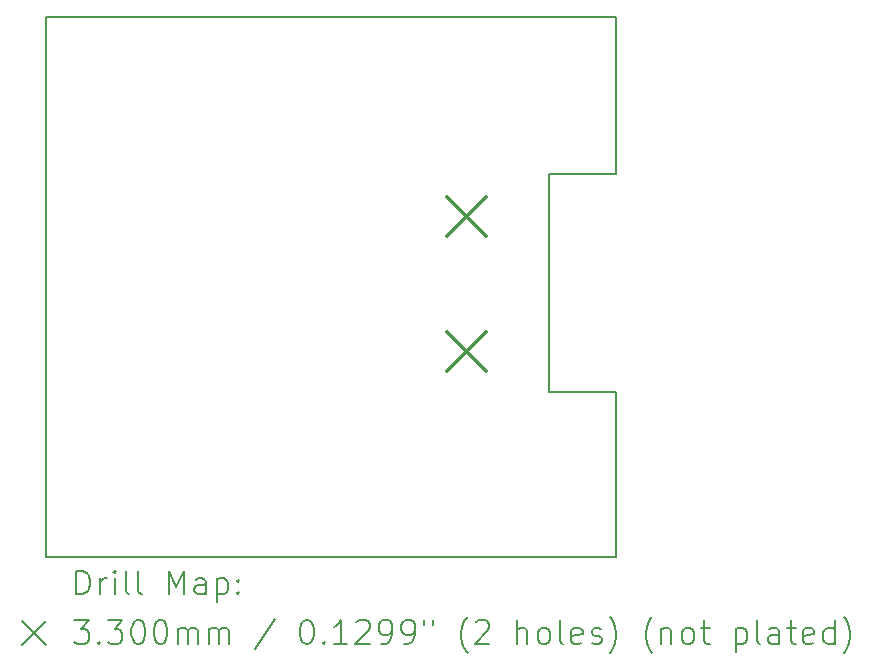
<source format=gbr>
%TF.GenerationSoftware,KiCad,Pcbnew,7.0.9*%
%TF.CreationDate,2023-12-23T15:59:39+01:00*%
%TF.ProjectId,hub-1-wire,6875622d-312d-4776-9972-652e6b696361,v1.0*%
%TF.SameCoordinates,Original*%
%TF.FileFunction,Drillmap*%
%TF.FilePolarity,Positive*%
%FSLAX45Y45*%
G04 Gerber Fmt 4.5, Leading zero omitted, Abs format (unit mm)*
G04 Created by KiCad (PCBNEW 7.0.9) date 2023-12-23 15:59:39*
%MOMM*%
%LPD*%
G01*
G04 APERTURE LIST*
%ADD10C,0.150000*%
%ADD11C,0.200000*%
%ADD12C,0.330000*%
G04 APERTURE END LIST*
D10*
X17945100Y-9753600D02*
X17945100Y-11150600D01*
X17373600Y-9753600D02*
X17945100Y-9753600D01*
X17373600Y-7912100D02*
X17373600Y-9753600D01*
X17373600Y-7912100D02*
X17945100Y-7912100D01*
X13119100Y-11150600D02*
X17945100Y-11150600D01*
X13119100Y-11150600D02*
X13119100Y-6578600D01*
X17945100Y-6578600D02*
X17945100Y-7912100D01*
X13119100Y-6578600D02*
X17945100Y-6578600D01*
D11*
D12*
X16510100Y-8102600D02*
X16840100Y-8432600D01*
X16840100Y-8102600D02*
X16510100Y-8432600D01*
X16510100Y-9245800D02*
X16840100Y-9575800D01*
X16840100Y-9245800D02*
X16510100Y-9575800D01*
D11*
X13372377Y-11469584D02*
X13372377Y-11269584D01*
X13372377Y-11269584D02*
X13419996Y-11269584D01*
X13419996Y-11269584D02*
X13448567Y-11279108D01*
X13448567Y-11279108D02*
X13467615Y-11298155D01*
X13467615Y-11298155D02*
X13477139Y-11317203D01*
X13477139Y-11317203D02*
X13486662Y-11355298D01*
X13486662Y-11355298D02*
X13486662Y-11383869D01*
X13486662Y-11383869D02*
X13477139Y-11421965D01*
X13477139Y-11421965D02*
X13467615Y-11441012D01*
X13467615Y-11441012D02*
X13448567Y-11460060D01*
X13448567Y-11460060D02*
X13419996Y-11469584D01*
X13419996Y-11469584D02*
X13372377Y-11469584D01*
X13572377Y-11469584D02*
X13572377Y-11336250D01*
X13572377Y-11374346D02*
X13581901Y-11355298D01*
X13581901Y-11355298D02*
X13591424Y-11345774D01*
X13591424Y-11345774D02*
X13610472Y-11336250D01*
X13610472Y-11336250D02*
X13629520Y-11336250D01*
X13696186Y-11469584D02*
X13696186Y-11336250D01*
X13696186Y-11269584D02*
X13686662Y-11279108D01*
X13686662Y-11279108D02*
X13696186Y-11288631D01*
X13696186Y-11288631D02*
X13705710Y-11279108D01*
X13705710Y-11279108D02*
X13696186Y-11269584D01*
X13696186Y-11269584D02*
X13696186Y-11288631D01*
X13819996Y-11469584D02*
X13800948Y-11460060D01*
X13800948Y-11460060D02*
X13791424Y-11441012D01*
X13791424Y-11441012D02*
X13791424Y-11269584D01*
X13924758Y-11469584D02*
X13905710Y-11460060D01*
X13905710Y-11460060D02*
X13896186Y-11441012D01*
X13896186Y-11441012D02*
X13896186Y-11269584D01*
X14153329Y-11469584D02*
X14153329Y-11269584D01*
X14153329Y-11269584D02*
X14219996Y-11412441D01*
X14219996Y-11412441D02*
X14286662Y-11269584D01*
X14286662Y-11269584D02*
X14286662Y-11469584D01*
X14467615Y-11469584D02*
X14467615Y-11364822D01*
X14467615Y-11364822D02*
X14458091Y-11345774D01*
X14458091Y-11345774D02*
X14439043Y-11336250D01*
X14439043Y-11336250D02*
X14400948Y-11336250D01*
X14400948Y-11336250D02*
X14381901Y-11345774D01*
X14467615Y-11460060D02*
X14448567Y-11469584D01*
X14448567Y-11469584D02*
X14400948Y-11469584D01*
X14400948Y-11469584D02*
X14381901Y-11460060D01*
X14381901Y-11460060D02*
X14372377Y-11441012D01*
X14372377Y-11441012D02*
X14372377Y-11421965D01*
X14372377Y-11421965D02*
X14381901Y-11402917D01*
X14381901Y-11402917D02*
X14400948Y-11393393D01*
X14400948Y-11393393D02*
X14448567Y-11393393D01*
X14448567Y-11393393D02*
X14467615Y-11383869D01*
X14562853Y-11336250D02*
X14562853Y-11536250D01*
X14562853Y-11345774D02*
X14581901Y-11336250D01*
X14581901Y-11336250D02*
X14619996Y-11336250D01*
X14619996Y-11336250D02*
X14639043Y-11345774D01*
X14639043Y-11345774D02*
X14648567Y-11355298D01*
X14648567Y-11355298D02*
X14658091Y-11374346D01*
X14658091Y-11374346D02*
X14658091Y-11431488D01*
X14658091Y-11431488D02*
X14648567Y-11450536D01*
X14648567Y-11450536D02*
X14639043Y-11460060D01*
X14639043Y-11460060D02*
X14619996Y-11469584D01*
X14619996Y-11469584D02*
X14581901Y-11469584D01*
X14581901Y-11469584D02*
X14562853Y-11460060D01*
X14743805Y-11450536D02*
X14753329Y-11460060D01*
X14753329Y-11460060D02*
X14743805Y-11469584D01*
X14743805Y-11469584D02*
X14734282Y-11460060D01*
X14734282Y-11460060D02*
X14743805Y-11450536D01*
X14743805Y-11450536D02*
X14743805Y-11469584D01*
X14743805Y-11345774D02*
X14753329Y-11355298D01*
X14753329Y-11355298D02*
X14743805Y-11364822D01*
X14743805Y-11364822D02*
X14734282Y-11355298D01*
X14734282Y-11355298D02*
X14743805Y-11345774D01*
X14743805Y-11345774D02*
X14743805Y-11364822D01*
X12911600Y-11698100D02*
X13111600Y-11898100D01*
X13111600Y-11698100D02*
X12911600Y-11898100D01*
X13353329Y-11689584D02*
X13477139Y-11689584D01*
X13477139Y-11689584D02*
X13410472Y-11765774D01*
X13410472Y-11765774D02*
X13439043Y-11765774D01*
X13439043Y-11765774D02*
X13458091Y-11775298D01*
X13458091Y-11775298D02*
X13467615Y-11784822D01*
X13467615Y-11784822D02*
X13477139Y-11803869D01*
X13477139Y-11803869D02*
X13477139Y-11851488D01*
X13477139Y-11851488D02*
X13467615Y-11870536D01*
X13467615Y-11870536D02*
X13458091Y-11880060D01*
X13458091Y-11880060D02*
X13439043Y-11889584D01*
X13439043Y-11889584D02*
X13381901Y-11889584D01*
X13381901Y-11889584D02*
X13362853Y-11880060D01*
X13362853Y-11880060D02*
X13353329Y-11870536D01*
X13562853Y-11870536D02*
X13572377Y-11880060D01*
X13572377Y-11880060D02*
X13562853Y-11889584D01*
X13562853Y-11889584D02*
X13553329Y-11880060D01*
X13553329Y-11880060D02*
X13562853Y-11870536D01*
X13562853Y-11870536D02*
X13562853Y-11889584D01*
X13639043Y-11689584D02*
X13762853Y-11689584D01*
X13762853Y-11689584D02*
X13696186Y-11765774D01*
X13696186Y-11765774D02*
X13724758Y-11765774D01*
X13724758Y-11765774D02*
X13743805Y-11775298D01*
X13743805Y-11775298D02*
X13753329Y-11784822D01*
X13753329Y-11784822D02*
X13762853Y-11803869D01*
X13762853Y-11803869D02*
X13762853Y-11851488D01*
X13762853Y-11851488D02*
X13753329Y-11870536D01*
X13753329Y-11870536D02*
X13743805Y-11880060D01*
X13743805Y-11880060D02*
X13724758Y-11889584D01*
X13724758Y-11889584D02*
X13667615Y-11889584D01*
X13667615Y-11889584D02*
X13648567Y-11880060D01*
X13648567Y-11880060D02*
X13639043Y-11870536D01*
X13886662Y-11689584D02*
X13905710Y-11689584D01*
X13905710Y-11689584D02*
X13924758Y-11699108D01*
X13924758Y-11699108D02*
X13934282Y-11708631D01*
X13934282Y-11708631D02*
X13943805Y-11727679D01*
X13943805Y-11727679D02*
X13953329Y-11765774D01*
X13953329Y-11765774D02*
X13953329Y-11813393D01*
X13953329Y-11813393D02*
X13943805Y-11851488D01*
X13943805Y-11851488D02*
X13934282Y-11870536D01*
X13934282Y-11870536D02*
X13924758Y-11880060D01*
X13924758Y-11880060D02*
X13905710Y-11889584D01*
X13905710Y-11889584D02*
X13886662Y-11889584D01*
X13886662Y-11889584D02*
X13867615Y-11880060D01*
X13867615Y-11880060D02*
X13858091Y-11870536D01*
X13858091Y-11870536D02*
X13848567Y-11851488D01*
X13848567Y-11851488D02*
X13839043Y-11813393D01*
X13839043Y-11813393D02*
X13839043Y-11765774D01*
X13839043Y-11765774D02*
X13848567Y-11727679D01*
X13848567Y-11727679D02*
X13858091Y-11708631D01*
X13858091Y-11708631D02*
X13867615Y-11699108D01*
X13867615Y-11699108D02*
X13886662Y-11689584D01*
X14077139Y-11689584D02*
X14096186Y-11689584D01*
X14096186Y-11689584D02*
X14115234Y-11699108D01*
X14115234Y-11699108D02*
X14124758Y-11708631D01*
X14124758Y-11708631D02*
X14134282Y-11727679D01*
X14134282Y-11727679D02*
X14143805Y-11765774D01*
X14143805Y-11765774D02*
X14143805Y-11813393D01*
X14143805Y-11813393D02*
X14134282Y-11851488D01*
X14134282Y-11851488D02*
X14124758Y-11870536D01*
X14124758Y-11870536D02*
X14115234Y-11880060D01*
X14115234Y-11880060D02*
X14096186Y-11889584D01*
X14096186Y-11889584D02*
X14077139Y-11889584D01*
X14077139Y-11889584D02*
X14058091Y-11880060D01*
X14058091Y-11880060D02*
X14048567Y-11870536D01*
X14048567Y-11870536D02*
X14039043Y-11851488D01*
X14039043Y-11851488D02*
X14029520Y-11813393D01*
X14029520Y-11813393D02*
X14029520Y-11765774D01*
X14029520Y-11765774D02*
X14039043Y-11727679D01*
X14039043Y-11727679D02*
X14048567Y-11708631D01*
X14048567Y-11708631D02*
X14058091Y-11699108D01*
X14058091Y-11699108D02*
X14077139Y-11689584D01*
X14229520Y-11889584D02*
X14229520Y-11756250D01*
X14229520Y-11775298D02*
X14239043Y-11765774D01*
X14239043Y-11765774D02*
X14258091Y-11756250D01*
X14258091Y-11756250D02*
X14286663Y-11756250D01*
X14286663Y-11756250D02*
X14305710Y-11765774D01*
X14305710Y-11765774D02*
X14315234Y-11784822D01*
X14315234Y-11784822D02*
X14315234Y-11889584D01*
X14315234Y-11784822D02*
X14324758Y-11765774D01*
X14324758Y-11765774D02*
X14343805Y-11756250D01*
X14343805Y-11756250D02*
X14372377Y-11756250D01*
X14372377Y-11756250D02*
X14391424Y-11765774D01*
X14391424Y-11765774D02*
X14400948Y-11784822D01*
X14400948Y-11784822D02*
X14400948Y-11889584D01*
X14496186Y-11889584D02*
X14496186Y-11756250D01*
X14496186Y-11775298D02*
X14505710Y-11765774D01*
X14505710Y-11765774D02*
X14524758Y-11756250D01*
X14524758Y-11756250D02*
X14553329Y-11756250D01*
X14553329Y-11756250D02*
X14572377Y-11765774D01*
X14572377Y-11765774D02*
X14581901Y-11784822D01*
X14581901Y-11784822D02*
X14581901Y-11889584D01*
X14581901Y-11784822D02*
X14591424Y-11765774D01*
X14591424Y-11765774D02*
X14610472Y-11756250D01*
X14610472Y-11756250D02*
X14639043Y-11756250D01*
X14639043Y-11756250D02*
X14658091Y-11765774D01*
X14658091Y-11765774D02*
X14667615Y-11784822D01*
X14667615Y-11784822D02*
X14667615Y-11889584D01*
X15058091Y-11680060D02*
X14886663Y-11937203D01*
X15315234Y-11689584D02*
X15334282Y-11689584D01*
X15334282Y-11689584D02*
X15353329Y-11699108D01*
X15353329Y-11699108D02*
X15362853Y-11708631D01*
X15362853Y-11708631D02*
X15372377Y-11727679D01*
X15372377Y-11727679D02*
X15381901Y-11765774D01*
X15381901Y-11765774D02*
X15381901Y-11813393D01*
X15381901Y-11813393D02*
X15372377Y-11851488D01*
X15372377Y-11851488D02*
X15362853Y-11870536D01*
X15362853Y-11870536D02*
X15353329Y-11880060D01*
X15353329Y-11880060D02*
X15334282Y-11889584D01*
X15334282Y-11889584D02*
X15315234Y-11889584D01*
X15315234Y-11889584D02*
X15296186Y-11880060D01*
X15296186Y-11880060D02*
X15286663Y-11870536D01*
X15286663Y-11870536D02*
X15277139Y-11851488D01*
X15277139Y-11851488D02*
X15267615Y-11813393D01*
X15267615Y-11813393D02*
X15267615Y-11765774D01*
X15267615Y-11765774D02*
X15277139Y-11727679D01*
X15277139Y-11727679D02*
X15286663Y-11708631D01*
X15286663Y-11708631D02*
X15296186Y-11699108D01*
X15296186Y-11699108D02*
X15315234Y-11689584D01*
X15467615Y-11870536D02*
X15477139Y-11880060D01*
X15477139Y-11880060D02*
X15467615Y-11889584D01*
X15467615Y-11889584D02*
X15458091Y-11880060D01*
X15458091Y-11880060D02*
X15467615Y-11870536D01*
X15467615Y-11870536D02*
X15467615Y-11889584D01*
X15667615Y-11889584D02*
X15553329Y-11889584D01*
X15610472Y-11889584D02*
X15610472Y-11689584D01*
X15610472Y-11689584D02*
X15591425Y-11718155D01*
X15591425Y-11718155D02*
X15572377Y-11737203D01*
X15572377Y-11737203D02*
X15553329Y-11746727D01*
X15743806Y-11708631D02*
X15753329Y-11699108D01*
X15753329Y-11699108D02*
X15772377Y-11689584D01*
X15772377Y-11689584D02*
X15819996Y-11689584D01*
X15819996Y-11689584D02*
X15839044Y-11699108D01*
X15839044Y-11699108D02*
X15848567Y-11708631D01*
X15848567Y-11708631D02*
X15858091Y-11727679D01*
X15858091Y-11727679D02*
X15858091Y-11746727D01*
X15858091Y-11746727D02*
X15848567Y-11775298D01*
X15848567Y-11775298D02*
X15734282Y-11889584D01*
X15734282Y-11889584D02*
X15858091Y-11889584D01*
X15953329Y-11889584D02*
X15991425Y-11889584D01*
X15991425Y-11889584D02*
X16010472Y-11880060D01*
X16010472Y-11880060D02*
X16019996Y-11870536D01*
X16019996Y-11870536D02*
X16039044Y-11841965D01*
X16039044Y-11841965D02*
X16048567Y-11803869D01*
X16048567Y-11803869D02*
X16048567Y-11727679D01*
X16048567Y-11727679D02*
X16039044Y-11708631D01*
X16039044Y-11708631D02*
X16029520Y-11699108D01*
X16029520Y-11699108D02*
X16010472Y-11689584D01*
X16010472Y-11689584D02*
X15972377Y-11689584D01*
X15972377Y-11689584D02*
X15953329Y-11699108D01*
X15953329Y-11699108D02*
X15943806Y-11708631D01*
X15943806Y-11708631D02*
X15934282Y-11727679D01*
X15934282Y-11727679D02*
X15934282Y-11775298D01*
X15934282Y-11775298D02*
X15943806Y-11794346D01*
X15943806Y-11794346D02*
X15953329Y-11803869D01*
X15953329Y-11803869D02*
X15972377Y-11813393D01*
X15972377Y-11813393D02*
X16010472Y-11813393D01*
X16010472Y-11813393D02*
X16029520Y-11803869D01*
X16029520Y-11803869D02*
X16039044Y-11794346D01*
X16039044Y-11794346D02*
X16048567Y-11775298D01*
X16143806Y-11889584D02*
X16181901Y-11889584D01*
X16181901Y-11889584D02*
X16200948Y-11880060D01*
X16200948Y-11880060D02*
X16210472Y-11870536D01*
X16210472Y-11870536D02*
X16229520Y-11841965D01*
X16229520Y-11841965D02*
X16239044Y-11803869D01*
X16239044Y-11803869D02*
X16239044Y-11727679D01*
X16239044Y-11727679D02*
X16229520Y-11708631D01*
X16229520Y-11708631D02*
X16219996Y-11699108D01*
X16219996Y-11699108D02*
X16200948Y-11689584D01*
X16200948Y-11689584D02*
X16162853Y-11689584D01*
X16162853Y-11689584D02*
X16143806Y-11699108D01*
X16143806Y-11699108D02*
X16134282Y-11708631D01*
X16134282Y-11708631D02*
X16124758Y-11727679D01*
X16124758Y-11727679D02*
X16124758Y-11775298D01*
X16124758Y-11775298D02*
X16134282Y-11794346D01*
X16134282Y-11794346D02*
X16143806Y-11803869D01*
X16143806Y-11803869D02*
X16162853Y-11813393D01*
X16162853Y-11813393D02*
X16200948Y-11813393D01*
X16200948Y-11813393D02*
X16219996Y-11803869D01*
X16219996Y-11803869D02*
X16229520Y-11794346D01*
X16229520Y-11794346D02*
X16239044Y-11775298D01*
X16315234Y-11689584D02*
X16315234Y-11727679D01*
X16391425Y-11689584D02*
X16391425Y-11727679D01*
X16686663Y-11965774D02*
X16677139Y-11956250D01*
X16677139Y-11956250D02*
X16658091Y-11927679D01*
X16658091Y-11927679D02*
X16648568Y-11908631D01*
X16648568Y-11908631D02*
X16639044Y-11880060D01*
X16639044Y-11880060D02*
X16629520Y-11832441D01*
X16629520Y-11832441D02*
X16629520Y-11794346D01*
X16629520Y-11794346D02*
X16639044Y-11746727D01*
X16639044Y-11746727D02*
X16648568Y-11718155D01*
X16648568Y-11718155D02*
X16658091Y-11699108D01*
X16658091Y-11699108D02*
X16677139Y-11670536D01*
X16677139Y-11670536D02*
X16686663Y-11661012D01*
X16753329Y-11708631D02*
X16762853Y-11699108D01*
X16762853Y-11699108D02*
X16781901Y-11689584D01*
X16781901Y-11689584D02*
X16829520Y-11689584D01*
X16829520Y-11689584D02*
X16848568Y-11699108D01*
X16848568Y-11699108D02*
X16858091Y-11708631D01*
X16858091Y-11708631D02*
X16867615Y-11727679D01*
X16867615Y-11727679D02*
X16867615Y-11746727D01*
X16867615Y-11746727D02*
X16858091Y-11775298D01*
X16858091Y-11775298D02*
X16743806Y-11889584D01*
X16743806Y-11889584D02*
X16867615Y-11889584D01*
X17105711Y-11889584D02*
X17105711Y-11689584D01*
X17191425Y-11889584D02*
X17191425Y-11784822D01*
X17191425Y-11784822D02*
X17181901Y-11765774D01*
X17181901Y-11765774D02*
X17162853Y-11756250D01*
X17162853Y-11756250D02*
X17134282Y-11756250D01*
X17134282Y-11756250D02*
X17115234Y-11765774D01*
X17115234Y-11765774D02*
X17105711Y-11775298D01*
X17315234Y-11889584D02*
X17296187Y-11880060D01*
X17296187Y-11880060D02*
X17286663Y-11870536D01*
X17286663Y-11870536D02*
X17277139Y-11851488D01*
X17277139Y-11851488D02*
X17277139Y-11794346D01*
X17277139Y-11794346D02*
X17286663Y-11775298D01*
X17286663Y-11775298D02*
X17296187Y-11765774D01*
X17296187Y-11765774D02*
X17315234Y-11756250D01*
X17315234Y-11756250D02*
X17343806Y-11756250D01*
X17343806Y-11756250D02*
X17362853Y-11765774D01*
X17362853Y-11765774D02*
X17372377Y-11775298D01*
X17372377Y-11775298D02*
X17381901Y-11794346D01*
X17381901Y-11794346D02*
X17381901Y-11851488D01*
X17381901Y-11851488D02*
X17372377Y-11870536D01*
X17372377Y-11870536D02*
X17362853Y-11880060D01*
X17362853Y-11880060D02*
X17343806Y-11889584D01*
X17343806Y-11889584D02*
X17315234Y-11889584D01*
X17496187Y-11889584D02*
X17477139Y-11880060D01*
X17477139Y-11880060D02*
X17467615Y-11861012D01*
X17467615Y-11861012D02*
X17467615Y-11689584D01*
X17648568Y-11880060D02*
X17629520Y-11889584D01*
X17629520Y-11889584D02*
X17591425Y-11889584D01*
X17591425Y-11889584D02*
X17572377Y-11880060D01*
X17572377Y-11880060D02*
X17562853Y-11861012D01*
X17562853Y-11861012D02*
X17562853Y-11784822D01*
X17562853Y-11784822D02*
X17572377Y-11765774D01*
X17572377Y-11765774D02*
X17591425Y-11756250D01*
X17591425Y-11756250D02*
X17629520Y-11756250D01*
X17629520Y-11756250D02*
X17648568Y-11765774D01*
X17648568Y-11765774D02*
X17658092Y-11784822D01*
X17658092Y-11784822D02*
X17658092Y-11803869D01*
X17658092Y-11803869D02*
X17562853Y-11822917D01*
X17734282Y-11880060D02*
X17753330Y-11889584D01*
X17753330Y-11889584D02*
X17791425Y-11889584D01*
X17791425Y-11889584D02*
X17810473Y-11880060D01*
X17810473Y-11880060D02*
X17819996Y-11861012D01*
X17819996Y-11861012D02*
X17819996Y-11851488D01*
X17819996Y-11851488D02*
X17810473Y-11832441D01*
X17810473Y-11832441D02*
X17791425Y-11822917D01*
X17791425Y-11822917D02*
X17762853Y-11822917D01*
X17762853Y-11822917D02*
X17743806Y-11813393D01*
X17743806Y-11813393D02*
X17734282Y-11794346D01*
X17734282Y-11794346D02*
X17734282Y-11784822D01*
X17734282Y-11784822D02*
X17743806Y-11765774D01*
X17743806Y-11765774D02*
X17762853Y-11756250D01*
X17762853Y-11756250D02*
X17791425Y-11756250D01*
X17791425Y-11756250D02*
X17810473Y-11765774D01*
X17886663Y-11965774D02*
X17896187Y-11956250D01*
X17896187Y-11956250D02*
X17915234Y-11927679D01*
X17915234Y-11927679D02*
X17924758Y-11908631D01*
X17924758Y-11908631D02*
X17934282Y-11880060D01*
X17934282Y-11880060D02*
X17943806Y-11832441D01*
X17943806Y-11832441D02*
X17943806Y-11794346D01*
X17943806Y-11794346D02*
X17934282Y-11746727D01*
X17934282Y-11746727D02*
X17924758Y-11718155D01*
X17924758Y-11718155D02*
X17915234Y-11699108D01*
X17915234Y-11699108D02*
X17896187Y-11670536D01*
X17896187Y-11670536D02*
X17886663Y-11661012D01*
X18248568Y-11965774D02*
X18239044Y-11956250D01*
X18239044Y-11956250D02*
X18219996Y-11927679D01*
X18219996Y-11927679D02*
X18210473Y-11908631D01*
X18210473Y-11908631D02*
X18200949Y-11880060D01*
X18200949Y-11880060D02*
X18191425Y-11832441D01*
X18191425Y-11832441D02*
X18191425Y-11794346D01*
X18191425Y-11794346D02*
X18200949Y-11746727D01*
X18200949Y-11746727D02*
X18210473Y-11718155D01*
X18210473Y-11718155D02*
X18219996Y-11699108D01*
X18219996Y-11699108D02*
X18239044Y-11670536D01*
X18239044Y-11670536D02*
X18248568Y-11661012D01*
X18324758Y-11756250D02*
X18324758Y-11889584D01*
X18324758Y-11775298D02*
X18334282Y-11765774D01*
X18334282Y-11765774D02*
X18353330Y-11756250D01*
X18353330Y-11756250D02*
X18381901Y-11756250D01*
X18381901Y-11756250D02*
X18400949Y-11765774D01*
X18400949Y-11765774D02*
X18410473Y-11784822D01*
X18410473Y-11784822D02*
X18410473Y-11889584D01*
X18534282Y-11889584D02*
X18515234Y-11880060D01*
X18515234Y-11880060D02*
X18505711Y-11870536D01*
X18505711Y-11870536D02*
X18496187Y-11851488D01*
X18496187Y-11851488D02*
X18496187Y-11794346D01*
X18496187Y-11794346D02*
X18505711Y-11775298D01*
X18505711Y-11775298D02*
X18515234Y-11765774D01*
X18515234Y-11765774D02*
X18534282Y-11756250D01*
X18534282Y-11756250D02*
X18562854Y-11756250D01*
X18562854Y-11756250D02*
X18581901Y-11765774D01*
X18581901Y-11765774D02*
X18591425Y-11775298D01*
X18591425Y-11775298D02*
X18600949Y-11794346D01*
X18600949Y-11794346D02*
X18600949Y-11851488D01*
X18600949Y-11851488D02*
X18591425Y-11870536D01*
X18591425Y-11870536D02*
X18581901Y-11880060D01*
X18581901Y-11880060D02*
X18562854Y-11889584D01*
X18562854Y-11889584D02*
X18534282Y-11889584D01*
X18658092Y-11756250D02*
X18734282Y-11756250D01*
X18686663Y-11689584D02*
X18686663Y-11861012D01*
X18686663Y-11861012D02*
X18696187Y-11880060D01*
X18696187Y-11880060D02*
X18715234Y-11889584D01*
X18715234Y-11889584D02*
X18734282Y-11889584D01*
X18953330Y-11756250D02*
X18953330Y-11956250D01*
X18953330Y-11765774D02*
X18972377Y-11756250D01*
X18972377Y-11756250D02*
X19010473Y-11756250D01*
X19010473Y-11756250D02*
X19029520Y-11765774D01*
X19029520Y-11765774D02*
X19039044Y-11775298D01*
X19039044Y-11775298D02*
X19048568Y-11794346D01*
X19048568Y-11794346D02*
X19048568Y-11851488D01*
X19048568Y-11851488D02*
X19039044Y-11870536D01*
X19039044Y-11870536D02*
X19029520Y-11880060D01*
X19029520Y-11880060D02*
X19010473Y-11889584D01*
X19010473Y-11889584D02*
X18972377Y-11889584D01*
X18972377Y-11889584D02*
X18953330Y-11880060D01*
X19162854Y-11889584D02*
X19143806Y-11880060D01*
X19143806Y-11880060D02*
X19134282Y-11861012D01*
X19134282Y-11861012D02*
X19134282Y-11689584D01*
X19324758Y-11889584D02*
X19324758Y-11784822D01*
X19324758Y-11784822D02*
X19315235Y-11765774D01*
X19315235Y-11765774D02*
X19296187Y-11756250D01*
X19296187Y-11756250D02*
X19258092Y-11756250D01*
X19258092Y-11756250D02*
X19239044Y-11765774D01*
X19324758Y-11880060D02*
X19305711Y-11889584D01*
X19305711Y-11889584D02*
X19258092Y-11889584D01*
X19258092Y-11889584D02*
X19239044Y-11880060D01*
X19239044Y-11880060D02*
X19229520Y-11861012D01*
X19229520Y-11861012D02*
X19229520Y-11841965D01*
X19229520Y-11841965D02*
X19239044Y-11822917D01*
X19239044Y-11822917D02*
X19258092Y-11813393D01*
X19258092Y-11813393D02*
X19305711Y-11813393D01*
X19305711Y-11813393D02*
X19324758Y-11803869D01*
X19391425Y-11756250D02*
X19467615Y-11756250D01*
X19419996Y-11689584D02*
X19419996Y-11861012D01*
X19419996Y-11861012D02*
X19429520Y-11880060D01*
X19429520Y-11880060D02*
X19448568Y-11889584D01*
X19448568Y-11889584D02*
X19467615Y-11889584D01*
X19610473Y-11880060D02*
X19591425Y-11889584D01*
X19591425Y-11889584D02*
X19553330Y-11889584D01*
X19553330Y-11889584D02*
X19534282Y-11880060D01*
X19534282Y-11880060D02*
X19524758Y-11861012D01*
X19524758Y-11861012D02*
X19524758Y-11784822D01*
X19524758Y-11784822D02*
X19534282Y-11765774D01*
X19534282Y-11765774D02*
X19553330Y-11756250D01*
X19553330Y-11756250D02*
X19591425Y-11756250D01*
X19591425Y-11756250D02*
X19610473Y-11765774D01*
X19610473Y-11765774D02*
X19619996Y-11784822D01*
X19619996Y-11784822D02*
X19619996Y-11803869D01*
X19619996Y-11803869D02*
X19524758Y-11822917D01*
X19791425Y-11889584D02*
X19791425Y-11689584D01*
X19791425Y-11880060D02*
X19772377Y-11889584D01*
X19772377Y-11889584D02*
X19734282Y-11889584D01*
X19734282Y-11889584D02*
X19715235Y-11880060D01*
X19715235Y-11880060D02*
X19705711Y-11870536D01*
X19705711Y-11870536D02*
X19696187Y-11851488D01*
X19696187Y-11851488D02*
X19696187Y-11794346D01*
X19696187Y-11794346D02*
X19705711Y-11775298D01*
X19705711Y-11775298D02*
X19715235Y-11765774D01*
X19715235Y-11765774D02*
X19734282Y-11756250D01*
X19734282Y-11756250D02*
X19772377Y-11756250D01*
X19772377Y-11756250D02*
X19791425Y-11765774D01*
X19867616Y-11965774D02*
X19877139Y-11956250D01*
X19877139Y-11956250D02*
X19896187Y-11927679D01*
X19896187Y-11927679D02*
X19905711Y-11908631D01*
X19905711Y-11908631D02*
X19915235Y-11880060D01*
X19915235Y-11880060D02*
X19924758Y-11832441D01*
X19924758Y-11832441D02*
X19924758Y-11794346D01*
X19924758Y-11794346D02*
X19915235Y-11746727D01*
X19915235Y-11746727D02*
X19905711Y-11718155D01*
X19905711Y-11718155D02*
X19896187Y-11699108D01*
X19896187Y-11699108D02*
X19877139Y-11670536D01*
X19877139Y-11670536D02*
X19867616Y-11661012D01*
M02*

</source>
